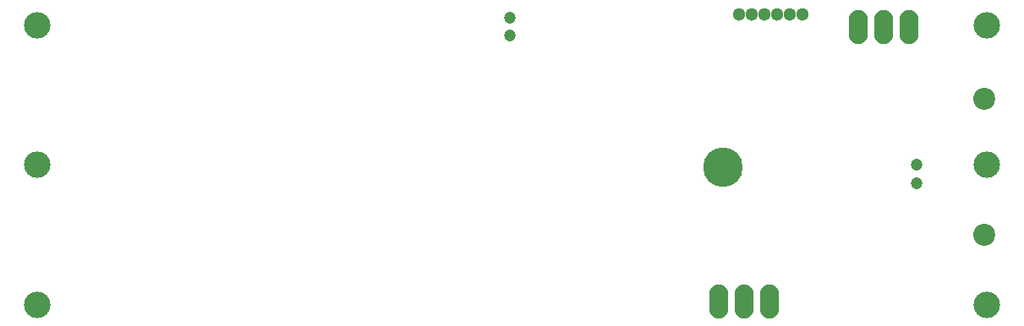
<source format=gbr>
G04 #@! TF.FileFunction,Soldermask,Bot*
%FSLAX46Y46*%
G04 Gerber Fmt 4.6, Leading zero omitted, Abs format (unit mm)*
G04 Created by KiCad (PCBNEW (2015-09-03 BZR 6154, Git 4636d8d)-product) date Tue Sep 15 00:06:25 2015*
%MOMM*%
G01*
G04 APERTURE LIST*
%ADD10C,0.100000*%
%ADD11O,1.906220X3.414980*%
%ADD12C,2.200000*%
%ADD13C,3.960000*%
%ADD14C,1.300000*%
%ADD15C,1.200000*%
%ADD16C,2.650000*%
G04 APERTURE END LIST*
D10*
D11*
X181290000Y-87750000D03*
X178750000Y-87750000D03*
X176210000Y-87750000D03*
X167250000Y-115250000D03*
X164710000Y-115250000D03*
X162170000Y-115250000D03*
D12*
X188800000Y-95000000D03*
X188800000Y-108600000D03*
D13*
X162640000Y-101800000D03*
D14*
X164190000Y-86500000D03*
X165460000Y-86500000D03*
X166730000Y-86500000D03*
X168000000Y-86500000D03*
X169270000Y-86500000D03*
X170540000Y-86500000D03*
D15*
X182000000Y-101600000D03*
X182000000Y-103400000D03*
X141250000Y-88650000D03*
X141250000Y-86850000D03*
D16*
X94000000Y-101600000D03*
X189000000Y-101600000D03*
X94000000Y-87600000D03*
X94000000Y-115600000D03*
X189000000Y-115600000D03*
X189000000Y-87600000D03*
M02*

</source>
